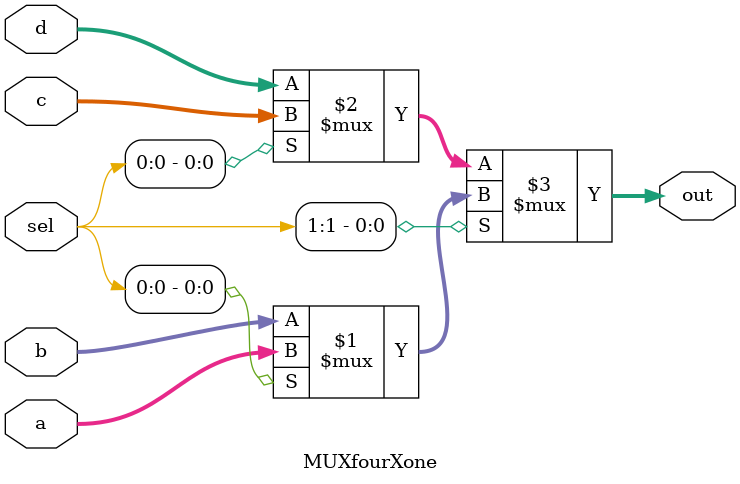
<source format=v>
`timescale 1ns / 1ps

module MUXfourXone(input [31:0] a, b, c, d, input [1:0] sel, output  [31:0] out);
assign out  = sel[1] ? (sel[0] ? a : b) : (sel[0] ? c : d);
endmodule

</source>
